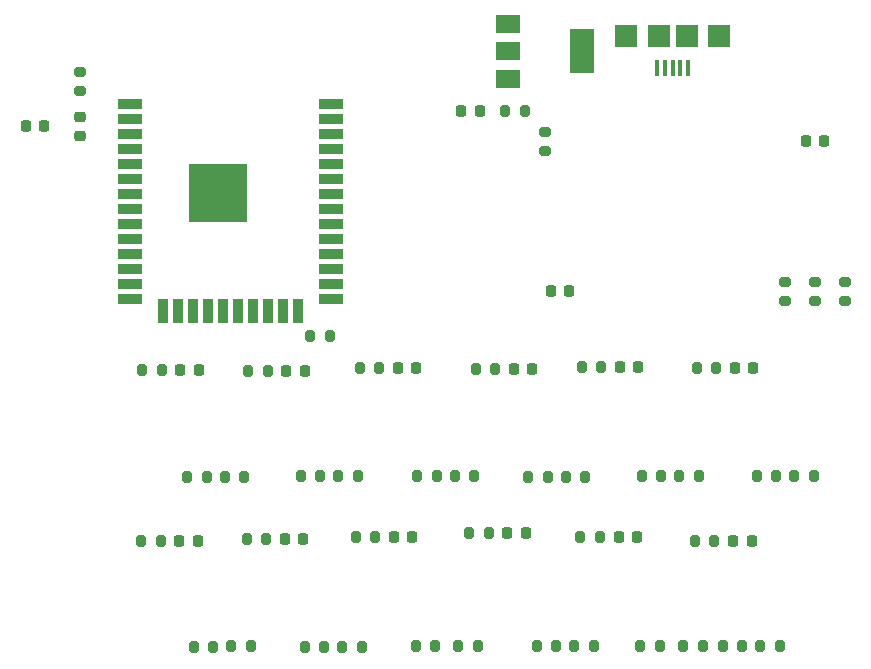
<source format=gtp>
%TF.GenerationSoftware,KiCad,Pcbnew,(6.0.0)*%
%TF.CreationDate,2022-03-13T20:46:10-04:00*%
%TF.ProjectId,simple_button_breakout,73696d70-6c65-45f6-9275-74746f6e5f62,rev?*%
%TF.SameCoordinates,Original*%
%TF.FileFunction,Paste,Top*%
%TF.FilePolarity,Positive*%
%FSLAX46Y46*%
G04 Gerber Fmt 4.6, Leading zero omitted, Abs format (unit mm)*
G04 Created by KiCad (PCBNEW (6.0.0)) date 2022-03-13 20:46:10*
%MOMM*%
%LPD*%
G01*
G04 APERTURE LIST*
G04 Aperture macros list*
%AMRoundRect*
0 Rectangle with rounded corners*
0 $1 Rounding radius*
0 $2 $3 $4 $5 $6 $7 $8 $9 X,Y pos of 4 corners*
0 Add a 4 corners polygon primitive as box body*
4,1,4,$2,$3,$4,$5,$6,$7,$8,$9,$2,$3,0*
0 Add four circle primitives for the rounded corners*
1,1,$1+$1,$2,$3*
1,1,$1+$1,$4,$5*
1,1,$1+$1,$6,$7*
1,1,$1+$1,$8,$9*
0 Add four rect primitives between the rounded corners*
20,1,$1+$1,$2,$3,$4,$5,0*
20,1,$1+$1,$4,$5,$6,$7,0*
20,1,$1+$1,$6,$7,$8,$9,0*
20,1,$1+$1,$8,$9,$2,$3,0*%
G04 Aperture macros list end*
%ADD10RoundRect,0.225000X0.225000X0.250000X-0.225000X0.250000X-0.225000X-0.250000X0.225000X-0.250000X0*%
%ADD11RoundRect,0.200000X-0.200000X-0.275000X0.200000X-0.275000X0.200000X0.275000X-0.200000X0.275000X0*%
%ADD12RoundRect,0.225000X-0.225000X-0.250000X0.225000X-0.250000X0.225000X0.250000X-0.225000X0.250000X0*%
%ADD13RoundRect,0.200000X-0.275000X0.200000X-0.275000X-0.200000X0.275000X-0.200000X0.275000X0.200000X0*%
%ADD14RoundRect,0.218750X-0.218750X-0.256250X0.218750X-0.256250X0.218750X0.256250X-0.218750X0.256250X0*%
%ADD15R,2.000000X1.500000*%
%ADD16R,2.000000X3.800000*%
%ADD17R,2.000000X0.900000*%
%ADD18R,0.900000X2.000000*%
%ADD19R,5.000000X5.000000*%
%ADD20RoundRect,0.200000X0.200000X0.275000X-0.200000X0.275000X-0.200000X-0.275000X0.200000X-0.275000X0*%
%ADD21R,0.400000X1.350000*%
%ADD22R,1.900000X1.900000*%
%ADD23RoundRect,0.225000X-0.250000X0.225000X-0.250000X-0.225000X0.250000X-0.225000X0.250000X0.225000X0*%
G04 APERTURE END LIST*
D10*
%TO.C,C6*%
X47765000Y-21590000D03*
X46215000Y-21590000D03*
%TD*%
D11*
%TO.C,R27*%
X19134000Y-51632000D03*
X20784000Y-51632000D03*
%TD*%
D12*
%TO.C,C17*%
X51930000Y-42356000D03*
X53480000Y-42356000D03*
%TD*%
D11*
%TO.C,R40*%
X48705000Y-42356000D03*
X50355000Y-42356000D03*
%TD*%
%TO.C,R24*%
X66825000Y-37253000D03*
X68475000Y-37253000D03*
%TD*%
%TO.C,R12*%
X28195000Y-37222000D03*
X29845000Y-37222000D03*
%TD*%
%TO.C,R33*%
X38370000Y-51632000D03*
X40020000Y-51632000D03*
%TD*%
D12*
%TO.C,C10*%
X43055000Y-28137000D03*
X44605000Y-28137000D03*
%TD*%
D11*
%TO.C,R31*%
X20460000Y-42516000D03*
X22110000Y-42516000D03*
%TD*%
%TO.C,R22*%
X48825000Y-27977000D03*
X50475000Y-27977000D03*
%TD*%
%TO.C,R21*%
X57080000Y-37253000D03*
X58730000Y-37253000D03*
%TD*%
%TO.C,R11*%
X25020000Y-37222000D03*
X26670000Y-37222000D03*
%TD*%
%TO.C,R16*%
X30010000Y-28052000D03*
X31660000Y-28052000D03*
%TD*%
D13*
%TO.C,R2*%
X71120000Y-20765000D03*
X71120000Y-22415000D03*
%TD*%
D12*
%TO.C,C14*%
X23685000Y-42516000D03*
X25235000Y-42516000D03*
%TD*%
%TO.C,C2*%
X1765000Y-7620000D03*
X3315000Y-7620000D03*
%TD*%
D11*
%TO.C,R30*%
X28525000Y-51717000D03*
X30175000Y-51717000D03*
%TD*%
%TO.C,R13*%
X20575000Y-28332000D03*
X22225000Y-28332000D03*
%TD*%
D14*
%TO.C,D1*%
X38582500Y-6350000D03*
X40157500Y-6350000D03*
%TD*%
D11*
%TO.C,R26*%
X15959000Y-51733000D03*
X17609000Y-51733000D03*
%TD*%
%TO.C,R17*%
X44275000Y-37338000D03*
X45925000Y-37338000D03*
%TD*%
%TO.C,R32*%
X34750000Y-51632000D03*
X36400000Y-51632000D03*
%TD*%
D12*
%TO.C,C12*%
X61795000Y-28052000D03*
X63345000Y-28052000D03*
%TD*%
D11*
%TO.C,R20*%
X53905000Y-37253000D03*
X55555000Y-37253000D03*
%TD*%
%TO.C,R42*%
X63945000Y-51601000D03*
X65595000Y-51601000D03*
%TD*%
%TO.C,R38*%
X53785000Y-51632000D03*
X55435000Y-51632000D03*
%TD*%
D12*
%TO.C,C7*%
X14835000Y-28278000D03*
X16385000Y-28278000D03*
%TD*%
D15*
%TO.C,U2*%
X42570000Y1030000D03*
D16*
X48870000Y-1270000D03*
D15*
X42570000Y-1270000D03*
X42570000Y-3570000D03*
%TD*%
D11*
%TO.C,R3*%
X25845000Y-25400000D03*
X27495000Y-25400000D03*
%TD*%
%TO.C,R19*%
X39830000Y-28137000D03*
X41480000Y-28137000D03*
%TD*%
%TO.C,R39*%
X57405000Y-51632000D03*
X59055000Y-51632000D03*
%TD*%
%TO.C,R14*%
X34900000Y-37253000D03*
X36550000Y-37253000D03*
%TD*%
D12*
%TO.C,C16*%
X42500000Y-42076000D03*
X44050000Y-42076000D03*
%TD*%
D11*
%TO.C,R34*%
X29670000Y-42356000D03*
X31320000Y-42356000D03*
%TD*%
D12*
%TO.C,C13*%
X14739000Y-42742000D03*
X16289000Y-42742000D03*
%TD*%
D11*
%TO.C,R25*%
X58570000Y-28052000D03*
X60220000Y-28052000D03*
%TD*%
%TO.C,R41*%
X60770000Y-51601000D03*
X62420000Y-51601000D03*
%TD*%
D13*
%TO.C,R6*%
X66040000Y-20765000D03*
X66040000Y-22415000D03*
%TD*%
D11*
%TO.C,R15*%
X38075000Y-37253000D03*
X39725000Y-37253000D03*
%TD*%
D12*
%TO.C,C9*%
X33235000Y-28052000D03*
X34785000Y-28052000D03*
%TD*%
D11*
%TO.C,R35*%
X44990000Y-51601000D03*
X46640000Y-51601000D03*
%TD*%
D17*
%TO.C,U1*%
X10550000Y-5715000D03*
X10550000Y-6985000D03*
X10550000Y-8255000D03*
X10550000Y-9525000D03*
X10550000Y-10795000D03*
X10550000Y-12065000D03*
X10550000Y-13335000D03*
X10550000Y-14605000D03*
X10550000Y-15875000D03*
X10550000Y-17145000D03*
X10550000Y-18415000D03*
X10550000Y-19685000D03*
X10550000Y-20955000D03*
X10550000Y-22225000D03*
D18*
X13335000Y-23225000D03*
X14605000Y-23225000D03*
X15875000Y-23225000D03*
X17145000Y-23225000D03*
X18415000Y-23225000D03*
X19685000Y-23225000D03*
X20955000Y-23225000D03*
X22225000Y-23225000D03*
X23495000Y-23225000D03*
X24765000Y-23225000D03*
D17*
X27550000Y-22225000D03*
X27550000Y-20955000D03*
X27550000Y-19685000D03*
X27550000Y-18415000D03*
X27550000Y-17145000D03*
X27550000Y-15875000D03*
X27550000Y-14605000D03*
X27550000Y-13335000D03*
X27550000Y-12065000D03*
X27550000Y-10795000D03*
X27550000Y-9525000D03*
X27550000Y-8255000D03*
X27550000Y-6985000D03*
X27550000Y-5715000D03*
D19*
X18050000Y-13215000D03*
%TD*%
D11*
%TO.C,R28*%
X11514000Y-42742000D03*
X13164000Y-42742000D03*
%TD*%
%TO.C,R8*%
X15420000Y-37269000D03*
X17070000Y-37269000D03*
%TD*%
D12*
%TO.C,C8*%
X23800000Y-28332000D03*
X25350000Y-28332000D03*
%TD*%
%TO.C,C18*%
X61640000Y-42711000D03*
X63190000Y-42711000D03*
%TD*%
D11*
%TO.C,R36*%
X48165000Y-51601000D03*
X49815000Y-51601000D03*
%TD*%
%TO.C,R9*%
X18595000Y-37269000D03*
X20245000Y-37269000D03*
%TD*%
%TO.C,R43*%
X58365000Y-42711000D03*
X60015000Y-42711000D03*
%TD*%
D20*
%TO.C,R4*%
X44005000Y-6350000D03*
X42355000Y-6350000D03*
%TD*%
D13*
%TO.C,R7*%
X45720000Y-8065000D03*
X45720000Y-9715000D03*
%TD*%
D11*
%TO.C,R18*%
X47450000Y-37338000D03*
X49100000Y-37338000D03*
%TD*%
D12*
%TO.C,C15*%
X32895000Y-42356000D03*
X34445000Y-42356000D03*
%TD*%
D13*
%TO.C,R1*%
X6350000Y-2985000D03*
X6350000Y-4635000D03*
%TD*%
D12*
%TO.C,C11*%
X52050000Y-27977000D03*
X53600000Y-27977000D03*
%TD*%
D11*
%TO.C,R37*%
X39275000Y-42076000D03*
X40925000Y-42076000D03*
%TD*%
%TO.C,R10*%
X11610000Y-28278000D03*
X13260000Y-28278000D03*
%TD*%
%TO.C,R29*%
X25350000Y-51717000D03*
X27000000Y-51717000D03*
%TD*%
D21*
%TO.C,J16*%
X57815000Y-2640000D03*
X55215000Y-2640000D03*
X57165000Y-2640000D03*
X56515000Y-2640000D03*
X55865000Y-2640000D03*
D22*
X60465000Y35000D03*
X57715000Y35000D03*
X55315000Y35000D03*
X52565000Y35000D03*
%TD*%
D23*
%TO.C,C3*%
X6350000Y-6845000D03*
X6350000Y-8395000D03*
%TD*%
D10*
%TO.C,C1*%
X69355000Y-8890000D03*
X67805000Y-8890000D03*
%TD*%
D13*
%TO.C,R5*%
X68580000Y-20765000D03*
X68580000Y-22415000D03*
%TD*%
D11*
%TO.C,R23*%
X63650000Y-37253000D03*
X65300000Y-37253000D03*
%TD*%
M02*

</source>
